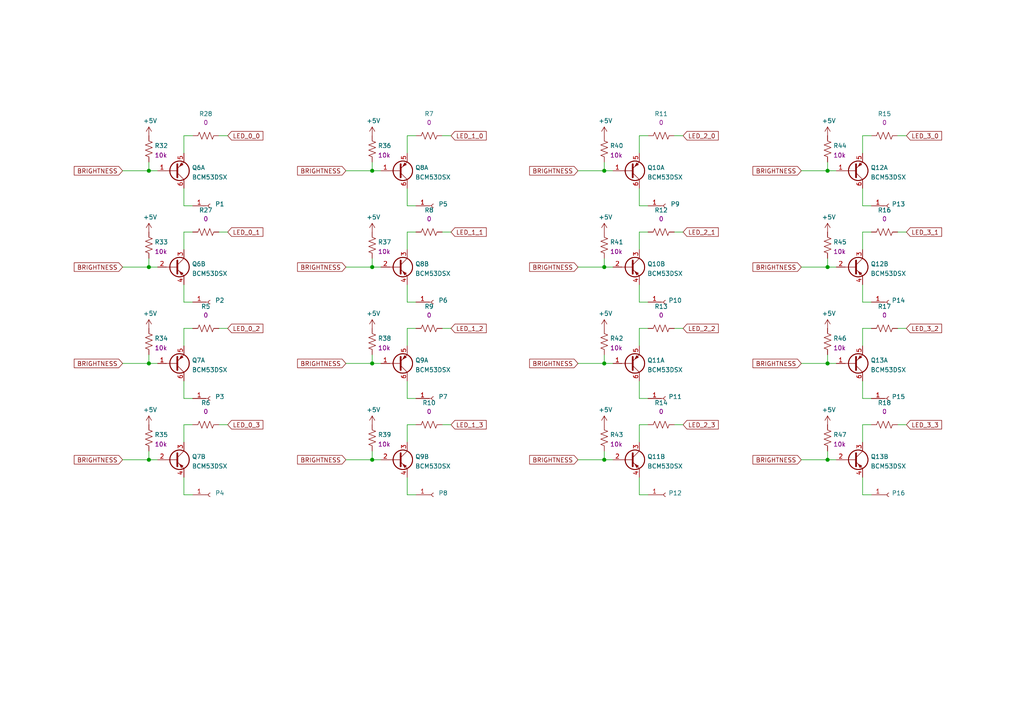
<source format=kicad_sch>
(kicad_sch (version 20210621) (generator eeschema)
  (paper "A4")
  (lib_symbols
    (symbol "Connector_custom:SSW-101-01-T-S"
      (property "Reference" "P" (at 0 2.54 0))
      (property "Value" "SSW-101-01-T-S" (at 0 -2.54 0))
      (symbol "SSW-101-01-T-S_1_1"
        (arc (start 0 0.508) (end 0 -0.508) (radius (at 0 0) (length 0.508) (angles 90.1 -90.1)) (stroke (width 0.1524)))
        (polyline (pts (xy -1.27 0) (xy -0.508 0)) (stroke (width 0.1524)))
        (pin passive line (at -5.08 0 0) (length 3.81) (name "") (number "1"))
      )
    )
    (symbol "Resistor_custom:RC0402FR-0710KL" (pin_numbers hide) (pin_names (offset 0))
      (property "Reference" "R" (at 2.54 0 90))
      (property "Resistance" "10k" (at -2.54 0 90))
      (symbol "RC0402FR-0710KL_0_1"
        (polyline (pts (xy 0 -2.286) (xy 0 -2.54)))
        (polyline (pts (xy 0 2.286) (xy 0 2.54)))
        (polyline (pts (xy 0 -0.762) (xy 1.016 -1.143) (xy 0 -1.524) (xy -1.016 -1.905) (xy 0 -2.286)))
        (polyline (pts (xy 0 0.762) (xy 1.016 0.381) (xy 0 0) (xy -1.016 -0.381) (xy 0 -0.762)))
        (polyline (pts (xy 0 2.286) (xy 1.016 1.905) (xy 0 1.524) (xy -1.016 1.143) (xy 0 0.762)))
      )
      (symbol "RC0402FR-0710KL_1_1"
        (pin passive line (at 0 3.81 270) (length 1.27) (name "~") (number "1"))
        (pin passive line (at 0 -3.81 90) (length 1.27) (name "~") (number "2"))
      )
    )
    (symbol "Resistor_custom:RC0402JR-070RP" (pin_numbers hide) (pin_names (offset 0))
      (property "Reference" "R" (at 2.54 0 90))
      (property "Resistance" "0" (at -2.54 0 90))
      (symbol "RC0402JR-070RP_0_1"
        (polyline (pts (xy 0 -2.286) (xy 0 -2.54)))
        (polyline (pts (xy 0 2.286) (xy 0 2.54)))
        (polyline (pts (xy 0 -0.762) (xy 1.016 -1.143) (xy 0 -1.524) (xy -1.016 -1.905) (xy 0 -2.286)))
        (polyline (pts (xy 0 0.762) (xy 1.016 0.381) (xy 0 0) (xy -1.016 -0.381) (xy 0 -0.762)))
        (polyline (pts (xy 0 2.286) (xy 1.016 1.905) (xy 0 1.524) (xy -1.016 1.143) (xy 0 0.762)))
      )
      (symbol "RC0402JR-070RP_1_1"
        (pin passive line (at 0 3.81 270) (length 1.27) (name "~") (number "1"))
        (pin passive line (at 0 -3.81 90) (length 1.27) (name "~") (number "2"))
      )
    )
    (symbol "Transistor_BJT_custom:BCM53DSX" (pin_names (offset 0) hide)
      (property "Reference" "Q" (at 5.08 1.27 0))
      (property "Value" "BCM53DSX" (at 5.08 -1.27 0))
      (symbol "BCM53DSX_0_1"
        (circle (center 1.27 0) (radius 2.8194) (stroke (width 0.254)))
        (circle (center 1.27 0) (radius 2.8194) (stroke (width 0.254)))
        (polyline (pts (xy 0.635 0) (xy -2.54 0)))
      )
      (symbol "BCM53DSX_1_1"
        (polyline (pts (xy 0.635 0.635) (xy 2.54 2.54)))
        (polyline (pts (xy 0.635 -0.635) (xy 2.54 -2.54) (xy 2.54 -2.54)))
        (polyline (pts (xy 0.635 1.905) (xy 0.635 -1.905) (xy 0.635 -1.905)) (stroke (width 0.508)))
        (polyline (pts (xy 2.286 -1.778) (xy 1.778 -2.286) (xy 1.27 -1.27) (xy 2.286 -1.778) (xy 2.286 -1.778)) (fill (type outline)))
        (pin input line (at -5.08 0 0) (length 2.54) (name "B2") (number "1"))
        (pin passive line (at 2.54 -5.08 90) (length 2.54) (name "E2") (number "5"))
        (pin passive line (at 2.54 5.08 270) (length 2.54) (name "C2") (number "6"))
      )
      (symbol "BCM53DSX_2_1"
        (polyline (pts (xy 0.635 0.635) (xy 2.54 2.54)))
        (polyline (pts (xy 0.635 -0.635) (xy 2.54 -2.54) (xy 2.54 -2.54)))
        (polyline (pts (xy 0.635 1.905) (xy 0.635 -1.905) (xy 0.635 -1.905)) (stroke (width 0.508)))
        (polyline (pts (xy 2.286 -1.778) (xy 1.778 -2.286) (xy 1.27 -1.27) (xy 2.286 -1.778) (xy 2.286 -1.778)) (fill (type outline)))
        (pin input line (at -5.08 0 0) (length 2.54) (name "B2") (number "2"))
        (pin passive line (at 2.54 5.08 270) (length 2.54) (name "C2") (number "3"))
        (pin passive line (at 2.54 -5.08 90) (length 2.54) (name "E2") (number "4"))
      )
    )
    (symbol "power:+5V" (power) (pin_names (offset 0))
      (property "Value" "+5V" (at 0 3.556 0))
      (symbol "+5V_0_1"
        (polyline (pts (xy -0.762 1.27) (xy 0 2.54)))
        (polyline (pts (xy 0 0) (xy 0 2.54)))
        (polyline (pts (xy 0 2.54) (xy 0.762 1.27)))
      )
      (symbol "+5V_1_1"
        (pin power_in line (at 0 0 90) (length 0) hide (name "+5V") (number "1"))
      )
    )
  )
  (junction (at 43.18 49.53) (diameter 1.016))
  (junction (at 43.18 77.47) (diameter 1.016))
  (junction (at 43.18 105.41) (diameter 1.016))
  (junction (at 43.18 133.35) (diameter 1.016))
  (junction (at 107.95 49.53) (diameter 1.016))
  (junction (at 107.95 77.47) (diameter 1.016))
  (junction (at 107.95 105.41) (diameter 1.016))
  (junction (at 107.95 133.35) (diameter 1.016))
  (junction (at 175.26 49.53) (diameter 1.016))
  (junction (at 175.26 77.47) (diameter 1.016))
  (junction (at 175.26 105.41) (diameter 1.016))
  (junction (at 175.26 133.35) (diameter 1.016))
  (junction (at 240.03 49.53) (diameter 1.016))
  (junction (at 240.03 77.47) (diameter 1.016))
  (junction (at 240.03 105.41) (diameter 1.016))
  (junction (at 240.03 133.35) (diameter 1.016))
  (wire (pts (xy 35.56 49.53) (xy 43.18 49.53)))
  (wire (pts (xy 35.56 77.47) (xy 43.18 77.47)))
  (wire (pts (xy 35.56 105.41) (xy 43.18 105.41)))
  (wire (pts (xy 35.56 133.35) (xy 43.18 133.35)))
  (wire (pts (xy 43.18 46.99) (xy 43.18 49.53)))
  (wire (pts (xy 43.18 49.53) (xy 45.72 49.53)))
  (wire (pts (xy 43.18 74.93) (xy 43.18 77.47)))
  (wire (pts (xy 43.18 77.47) (xy 45.72 77.47)))
  (wire (pts (xy 43.18 102.87) (xy 43.18 105.41)))
  (wire (pts (xy 43.18 105.41) (xy 45.72 105.41)))
  (wire (pts (xy 43.18 130.81) (xy 43.18 133.35)))
  (wire (pts (xy 43.18 133.35) (xy 45.72 133.35)))
  (wire (pts (xy 53.34 39.37) (xy 53.34 44.45)))
  (wire (pts (xy 53.34 39.37) (xy 55.88 39.37)))
  (wire (pts (xy 53.34 54.61) (xy 53.34 59.69)))
  (wire (pts (xy 53.34 59.69) (xy 55.88 59.69)))
  (wire (pts (xy 53.34 67.31) (xy 53.34 72.39)))
  (wire (pts (xy 53.34 67.31) (xy 55.88 67.31)))
  (wire (pts (xy 53.34 82.55) (xy 53.34 87.63)))
  (wire (pts (xy 53.34 87.63) (xy 55.88 87.63)))
  (wire (pts (xy 53.34 95.25) (xy 53.34 100.33)))
  (wire (pts (xy 53.34 95.25) (xy 55.88 95.25)))
  (wire (pts (xy 53.34 110.49) (xy 53.34 115.57)))
  (wire (pts (xy 53.34 115.57) (xy 55.88 115.57)))
  (wire (pts (xy 53.34 123.19) (xy 53.34 128.27)))
  (wire (pts (xy 53.34 123.19) (xy 55.88 123.19)))
  (wire (pts (xy 53.34 138.43) (xy 53.34 143.51)))
  (wire (pts (xy 53.34 143.51) (xy 55.88 143.51)))
  (wire (pts (xy 63.5 39.37) (xy 66.04 39.37)))
  (wire (pts (xy 63.5 67.31) (xy 66.04 67.31)))
  (wire (pts (xy 63.5 95.25) (xy 66.04 95.25)))
  (wire (pts (xy 63.5 123.19) (xy 66.04 123.19)))
  (wire (pts (xy 100.33 49.53) (xy 107.95 49.53)))
  (wire (pts (xy 100.33 77.47) (xy 107.95 77.47)))
  (wire (pts (xy 100.33 105.41) (xy 107.95 105.41)))
  (wire (pts (xy 100.33 133.35) (xy 107.95 133.35)))
  (wire (pts (xy 107.95 46.99) (xy 107.95 49.53)))
  (wire (pts (xy 107.95 49.53) (xy 110.49 49.53)))
  (wire (pts (xy 107.95 74.93) (xy 107.95 77.47)))
  (wire (pts (xy 107.95 77.47) (xy 110.49 77.47)))
  (wire (pts (xy 107.95 102.87) (xy 107.95 105.41)))
  (wire (pts (xy 107.95 105.41) (xy 110.49 105.41)))
  (wire (pts (xy 107.95 130.81) (xy 107.95 133.35)))
  (wire (pts (xy 107.95 133.35) (xy 110.49 133.35)))
  (wire (pts (xy 118.11 39.37) (xy 118.11 44.45)))
  (wire (pts (xy 118.11 39.37) (xy 120.65 39.37)))
  (wire (pts (xy 118.11 54.61) (xy 118.11 59.69)))
  (wire (pts (xy 118.11 59.69) (xy 120.65 59.69)))
  (wire (pts (xy 118.11 67.31) (xy 118.11 72.39)))
  (wire (pts (xy 118.11 67.31) (xy 120.65 67.31)))
  (wire (pts (xy 118.11 82.55) (xy 118.11 87.63)))
  (wire (pts (xy 118.11 87.63) (xy 120.65 87.63)))
  (wire (pts (xy 118.11 95.25) (xy 118.11 100.33)))
  (wire (pts (xy 118.11 95.25) (xy 120.65 95.25)))
  (wire (pts (xy 118.11 110.49) (xy 118.11 115.57)))
  (wire (pts (xy 118.11 115.57) (xy 120.65 115.57)))
  (wire (pts (xy 118.11 123.19) (xy 118.11 128.27)))
  (wire (pts (xy 118.11 123.19) (xy 120.65 123.19)))
  (wire (pts (xy 118.11 138.43) (xy 118.11 143.51)))
  (wire (pts (xy 118.11 143.51) (xy 120.65 143.51)))
  (wire (pts (xy 128.27 39.37) (xy 130.81 39.37)))
  (wire (pts (xy 128.27 67.31) (xy 130.81 67.31)))
  (wire (pts (xy 128.27 95.25) (xy 130.81 95.25)))
  (wire (pts (xy 128.27 123.19) (xy 130.81 123.19)))
  (wire (pts (xy 167.64 49.53) (xy 175.26 49.53)))
  (wire (pts (xy 167.64 77.47) (xy 175.26 77.47)))
  (wire (pts (xy 167.64 105.41) (xy 175.26 105.41)))
  (wire (pts (xy 167.64 133.35) (xy 175.26 133.35)))
  (wire (pts (xy 175.26 46.99) (xy 175.26 49.53)))
  (wire (pts (xy 175.26 49.53) (xy 177.8 49.53)))
  (wire (pts (xy 175.26 74.93) (xy 175.26 77.47)))
  (wire (pts (xy 175.26 77.47) (xy 177.8 77.47)))
  (wire (pts (xy 175.26 102.87) (xy 175.26 105.41)))
  (wire (pts (xy 175.26 105.41) (xy 177.8 105.41)))
  (wire (pts (xy 175.26 130.81) (xy 175.26 133.35)))
  (wire (pts (xy 175.26 133.35) (xy 177.8 133.35)))
  (wire (pts (xy 185.42 39.37) (xy 185.42 44.45)))
  (wire (pts (xy 185.42 39.37) (xy 187.96 39.37)))
  (wire (pts (xy 185.42 54.61) (xy 185.42 59.69)))
  (wire (pts (xy 185.42 59.69) (xy 187.96 59.69)))
  (wire (pts (xy 185.42 67.31) (xy 185.42 72.39)))
  (wire (pts (xy 185.42 67.31) (xy 187.96 67.31)))
  (wire (pts (xy 185.42 82.55) (xy 185.42 87.63)))
  (wire (pts (xy 185.42 87.63) (xy 187.96 87.63)))
  (wire (pts (xy 185.42 95.25) (xy 185.42 100.33)))
  (wire (pts (xy 185.42 95.25) (xy 187.96 95.25)))
  (wire (pts (xy 185.42 110.49) (xy 185.42 115.57)))
  (wire (pts (xy 185.42 115.57) (xy 187.96 115.57)))
  (wire (pts (xy 185.42 123.19) (xy 185.42 128.27)))
  (wire (pts (xy 185.42 123.19) (xy 187.96 123.19)))
  (wire (pts (xy 185.42 138.43) (xy 185.42 143.51)))
  (wire (pts (xy 185.42 143.51) (xy 187.96 143.51)))
  (wire (pts (xy 195.58 39.37) (xy 198.12 39.37)))
  (wire (pts (xy 195.58 67.31) (xy 198.12 67.31)))
  (wire (pts (xy 195.58 95.25) (xy 198.12 95.25)))
  (wire (pts (xy 195.58 123.19) (xy 198.12 123.19)))
  (wire (pts (xy 232.41 49.53) (xy 240.03 49.53)))
  (wire (pts (xy 232.41 77.47) (xy 240.03 77.47)))
  (wire (pts (xy 232.41 105.41) (xy 240.03 105.41)))
  (wire (pts (xy 232.41 133.35) (xy 240.03 133.35)))
  (wire (pts (xy 240.03 46.99) (xy 240.03 49.53)))
  (wire (pts (xy 240.03 49.53) (xy 242.57 49.53)))
  (wire (pts (xy 240.03 74.93) (xy 240.03 77.47)))
  (wire (pts (xy 240.03 77.47) (xy 242.57 77.47)))
  (wire (pts (xy 240.03 102.87) (xy 240.03 105.41)))
  (wire (pts (xy 240.03 105.41) (xy 242.57 105.41)))
  (wire (pts (xy 240.03 130.81) (xy 240.03 133.35)))
  (wire (pts (xy 240.03 133.35) (xy 242.57 133.35)))
  (wire (pts (xy 250.19 39.37) (xy 250.19 44.45)))
  (wire (pts (xy 250.19 39.37) (xy 252.73 39.37)))
  (wire (pts (xy 250.19 54.61) (xy 250.19 59.69)))
  (wire (pts (xy 250.19 59.69) (xy 252.73 59.69)))
  (wire (pts (xy 250.19 67.31) (xy 250.19 72.39)))
  (wire (pts (xy 250.19 67.31) (xy 252.73 67.31)))
  (wire (pts (xy 250.19 82.55) (xy 250.19 87.63)))
  (wire (pts (xy 250.19 87.63) (xy 252.73 87.63)))
  (wire (pts (xy 250.19 95.25) (xy 250.19 100.33)))
  (wire (pts (xy 250.19 95.25) (xy 252.73 95.25)))
  (wire (pts (xy 250.19 110.49) (xy 250.19 115.57)))
  (wire (pts (xy 250.19 115.57) (xy 252.73 115.57)))
  (wire (pts (xy 250.19 123.19) (xy 250.19 128.27)))
  (wire (pts (xy 250.19 123.19) (xy 252.73 123.19)))
  (wire (pts (xy 250.19 138.43) (xy 250.19 143.51)))
  (wire (pts (xy 250.19 143.51) (xy 252.73 143.51)))
  (wire (pts (xy 260.35 39.37) (xy 262.89 39.37)))
  (wire (pts (xy 260.35 67.31) (xy 262.89 67.31)))
  (wire (pts (xy 260.35 95.25) (xy 262.89 95.25)))
  (wire (pts (xy 260.35 123.19) (xy 262.89 123.19)))
  (global_label "BRIGHTNESS" (shape input) (at 35.56 49.53 180) (property "Intersheet References" "${INTERSHEET_REFS}" (effects hide)))
  (global_label "BRIGHTNESS" (shape input) (at 35.56 77.47 180) (property "Intersheet References" "${INTERSHEET_REFS}" (effects hide)))
  (global_label "BRIGHTNESS" (shape input) (at 35.56 105.41 180) (property "Intersheet References" "${INTERSHEET_REFS}" (effects hide)))
  (global_label "BRIGHTNESS" (shape input) (at 35.56 133.35 180) (property "Intersheet References" "${INTERSHEET_REFS}" (effects hide)))
  (global_label "LED_0_0" (shape input) (at 66.04 39.37 0) (property "Intersheet References" "${INTERSHEET_REFS}" (effects hide)))
  (global_label "LED_0_1" (shape input) (at 66.04 67.31 0) (property "Intersheet References" "${INTERSHEET_REFS}" (effects hide)))
  (global_label "LED_0_2" (shape input) (at 66.04 95.25 0) (property "Intersheet References" "${INTERSHEET_REFS}" (effects hide)))
  (global_label "LED_0_3" (shape input) (at 66.04 123.19 0) (property "Intersheet References" "${INTERSHEET_REFS}" (effects hide)))
  (global_label "BRIGHTNESS" (shape input) (at 100.33 49.53 180) (property "Intersheet References" "${INTERSHEET_REFS}" (effects hide)))
  (global_label "BRIGHTNESS" (shape input) (at 100.33 77.47 180) (property "Intersheet References" "${INTERSHEET_REFS}" (effects hide)))
  (global_label "BRIGHTNESS" (shape input) (at 100.33 105.41 180) (property "Intersheet References" "${INTERSHEET_REFS}" (effects hide)))
  (global_label "BRIGHTNESS" (shape input) (at 100.33 133.35 180) (property "Intersheet References" "${INTERSHEET_REFS}" (effects hide)))
  (global_label "LED_1_0" (shape input) (at 130.81 39.37 0) (property "Intersheet References" "${INTERSHEET_REFS}" (effects hide)))
  (global_label "LED_1_1" (shape input) (at 130.81 67.31 0) (property "Intersheet References" "${INTERSHEET_REFS}" (effects hide)))
  (global_label "LED_1_2" (shape input) (at 130.81 95.25 0) (property "Intersheet References" "${INTERSHEET_REFS}" (effects hide)))
  (global_label "LED_1_3" (shape input) (at 130.81 123.19 0) (property "Intersheet References" "${INTERSHEET_REFS}" (effects hide)))
  (global_label "BRIGHTNESS" (shape input) (at 167.64 49.53 180) (property "Intersheet References" "${INTERSHEET_REFS}" (effects hide)))
  (global_label "BRIGHTNESS" (shape input) (at 167.64 77.47 180) (property "Intersheet References" "${INTERSHEET_REFS}" (effects hide)))
  (global_label "BRIGHTNESS" (shape input) (at 167.64 105.41 180) (property "Intersheet References" "${INTERSHEET_REFS}" (effects hide)))
  (global_label "BRIGHTNESS" (shape input) (at 167.64 133.35 180) (property "Intersheet References" "${INTERSHEET_REFS}" (effects hide)))
  (global_label "LED_2_0" (shape input) (at 198.12 39.37 0) (property "Intersheet References" "${INTERSHEET_REFS}" (effects hide)))
  (global_label "LED_2_1" (shape input) (at 198.12 67.31 0) (property "Intersheet References" "${INTERSHEET_REFS}" (effects hide)))
  (global_label "LED_2_2" (shape input) (at 198.12 95.25 0) (property "Intersheet References" "${INTERSHEET_REFS}" (effects hide)))
  (global_label "LED_2_3" (shape input) (at 198.12 123.19 0) (property "Intersheet References" "${INTERSHEET_REFS}" (effects hide)))
  (global_label "BRIGHTNESS" (shape input) (at 232.41 49.53 180) (property "Intersheet References" "${INTERSHEET_REFS}" (effects hide)))
  (global_label "BRIGHTNESS" (shape input) (at 232.41 77.47 180) (property "Intersheet References" "${INTERSHEET_REFS}" (effects hide)))
  (global_label "BRIGHTNESS" (shape input) (at 232.41 105.41 180) (property "Intersheet References" "${INTERSHEET_REFS}" (effects hide)))
  (global_label "BRIGHTNESS" (shape input) (at 232.41 133.35 180) (property "Intersheet References" "${INTERSHEET_REFS}" (effects hide)))
  (global_label "LED_3_0" (shape input) (at 262.89 39.37 0) (property "Intersheet References" "${INTERSHEET_REFS}" (effects hide)))
  (global_label "LED_3_1" (shape input) (at 262.89 67.31 0) (property "Intersheet References" "${INTERSHEET_REFS}" (effects hide)))
  (global_label "LED_3_2" (shape input) (at 262.89 95.25 0) (property "Intersheet References" "${INTERSHEET_REFS}" (effects hide)))
  (global_label "LED_3_3" (shape input) (at 262.89 123.19 0) (property "Intersheet References" "${INTERSHEET_REFS}" (effects hide)))
  (symbol (lib_id "power:+5V") (at 43.18 39.37 0) (unit 1)
    (property "Reference" "#PWR?" (effects hide))
    (property "Value" "+5V" (at 43.5483 35.0456 0))
  )
  (symbol (lib_id "power:+5V") (at 43.18 67.31 0) (unit 1)
    (property "Reference" "#PWR?" (effects hide))
    (property "Value" "+5V" (at 43.5483 62.9856 0))
  )
  (symbol (lib_id "power:+5V") (at 43.18 95.25 0) (unit 1)
    (property "Reference" "#PWR?" (effects hide))
    (property "Value" "+5V" (at 43.5483 90.9256 0))
  )
  (symbol (lib_id "power:+5V") (at 43.18 123.19 0) (unit 1)
    (property "Reference" "#PWR?" (effects hide))
    (property "Value" "+5V" (at 43.5483 118.8656 0))
  )
  (symbol (lib_id "power:+5V") (at 107.95 39.37 0) (unit 1)
    (property "Reference" "#PWR?" (effects hide))
    (property "Value" "+5V" (at 108.3183 35.0456 0))
  )
  (symbol (lib_id "power:+5V") (at 107.95 67.31 0) (unit 1)
    (property "Reference" "#PWR?" (effects hide))
    (property "Value" "+5V" (at 108.3183 62.9856 0))
  )
  (symbol (lib_id "power:+5V") (at 107.95 95.25 0) (unit 1)
    (property "Reference" "#PWR?" (effects hide))
    (property "Value" "+5V" (at 108.3183 90.9256 0))
  )
  (symbol (lib_id "power:+5V") (at 107.95 123.19 0) (unit 1)
    (property "Reference" "#PWR?" (effects hide))
    (property "Value" "+5V" (at 108.3183 118.8656 0))
  )
  (symbol (lib_id "power:+5V") (at 175.26 39.37 0) (unit 1)
    (property "Reference" "#PWR?" (effects hide))
    (property "Value" "+5V" (at 175.6283 35.0456 0))
  )
  (symbol (lib_id "power:+5V") (at 175.26 67.31 0) (unit 1)
    (property "Reference" "#PWR?" (effects hide))
    (property "Value" "+5V" (at 175.6283 62.9856 0))
  )
  (symbol (lib_id "power:+5V") (at 175.26 95.25 0) (unit 1)
    (property "Reference" "#PWR?" (effects hide))
    (property "Value" "+5V" (at 175.6283 90.9256 0))
  )
  (symbol (lib_id "power:+5V") (at 175.26 123.19 0) (unit 1)
    (property "Reference" "#PWR?" (effects hide))
    (property "Value" "+5V" (at 175.6283 118.8656 0))
  )
  (symbol (lib_id "power:+5V") (at 240.03 39.37 0) (unit 1)
    (property "Reference" "#PWR?" (effects hide))
    (property "Value" "+5V" (at 240.3983 35.0456 0))
  )
  (symbol (lib_id "power:+5V") (at 240.03 67.31 0) (unit 1)
    (property "Reference" "#PWR?" (effects hide))
    (property "Value" "+5V" (at 240.3983 62.9856 0))
  )
  (symbol (lib_id "power:+5V") (at 240.03 95.25 0) (unit 1)
    (property "Reference" "#PWR?" (effects hide))
    (property "Value" "+5V" (at 240.3983 90.9256 0))
  )
  (symbol (lib_id "power:+5V") (at 240.03 123.19 0) (unit 1)
    (property "Reference" "#PWR?" (effects hide))
    (property "Value" "+5V" (at 240.3983 118.8656 0))
  )
  (symbol (lib_id "Connector_custom:SSW-101-01-T-S") (at 60.96 59.69 0) (unit 1)
    (property "Reference" "P1" (at 63.754 59.1882 0))
    (property "Value" "SSW-101-01-T-S" (effects hide))
    (property "Footprint" "Connector_custom:SSW-101-01-T-S" (effects hide))
  )
  (symbol (lib_id "Connector_custom:SSW-101-01-T-S") (at 60.96 87.63 0) (unit 1)
    (property "Reference" "P2" (at 63.754 87.1282 0))
    (property "Value" "SSW-101-01-T-S" (effects hide))
    (property "Footprint" "Connector_custom:SSW-101-01-T-S" (effects hide))
  )
  (symbol (lib_id "Connector_custom:SSW-101-01-T-S") (at 60.96 115.57 0) (unit 1)
    (property "Reference" "P3" (at 63.754 115.0682 0))
    (property "Value" "SSW-101-01-T-S" (effects hide))
    (property "Footprint" "Connector_custom:SSW-101-01-T-S" (effects hide))
  )
  (symbol (lib_id "Connector_custom:SSW-101-01-T-S") (at 60.96 143.51 0) (unit 1)
    (property "Reference" "P4" (at 63.754 143.0082 0))
    (property "Value" "SSW-101-01-T-S" (effects hide))
    (property "Footprint" "Connector_custom:SSW-101-01-T-S" (effects hide))
  )
  (symbol (lib_id "Connector_custom:SSW-101-01-T-S") (at 125.73 59.69 0) (unit 1)
    (property "Reference" "P5" (at 128.524 59.1882 0))
    (property "Value" "SSW-101-01-T-S" (effects hide))
    (property "Footprint" "Connector_custom:SSW-101-01-T-S" (effects hide))
  )
  (symbol (lib_id "Connector_custom:SSW-101-01-T-S") (at 125.73 87.63 0) (unit 1)
    (property "Reference" "P6" (at 128.524 87.1282 0))
    (property "Value" "SSW-101-01-T-S" (effects hide))
    (property "Footprint" "Connector_custom:SSW-101-01-T-S" (effects hide))
  )
  (symbol (lib_id "Connector_custom:SSW-101-01-T-S") (at 125.73 115.57 0) (unit 1)
    (property "Reference" "P7" (at 128.524 115.0682 0))
    (property "Value" "SSW-101-01-T-S" (effects hide))
    (property "Footprint" "Connector_custom:SSW-101-01-T-S" (effects hide))
  )
  (symbol (lib_id "Connector_custom:SSW-101-01-T-S") (at 125.73 143.51 0) (unit 1)
    (property "Reference" "P8" (at 128.524 143.0082 0))
    (property "Value" "SSW-101-01-T-S" (effects hide))
    (property "Footprint" "Connector_custom:SSW-101-01-T-S" (effects hide))
  )
  (symbol (lib_id "Connector_custom:SSW-101-01-T-S") (at 193.04 59.69 0) (unit 1)
    (property "Reference" "P9" (at 195.834 59.1882 0))
    (property "Value" "SSW-101-01-T-S" (effects hide))
    (property "Footprint" "Connector_custom:SSW-101-01-T-S" (effects hide))
  )
  (symbol (lib_id "Connector_custom:SSW-101-01-T-S") (at 193.04 87.63 0) (unit 1)
    (property "Reference" "P10" (at 195.834 87.1282 0))
    (property "Value" "SSW-101-01-T-S" (effects hide))
    (property "Footprint" "Connector_custom:SSW-101-01-T-S" (effects hide))
  )
  (symbol (lib_id "Connector_custom:SSW-101-01-T-S") (at 193.04 115.57 0) (unit 1)
    (property "Reference" "P11" (at 195.834 115.0682 0))
    (property "Value" "SSW-101-01-T-S" (effects hide))
    (property "Footprint" "Connector_custom:SSW-101-01-T-S" (effects hide))
  )
  (symbol (lib_id "Connector_custom:SSW-101-01-T-S") (at 193.04 143.51 0) (unit 1)
    (property "Reference" "P12" (at 195.834 143.0082 0))
    (property "Value" "SSW-101-01-T-S" (effects hide))
    (property "Footprint" "Connector_custom:SSW-101-01-T-S" (effects hide))
  )
  (symbol (lib_id "Connector_custom:SSW-101-01-T-S") (at 257.81 59.69 0) (unit 1)
    (property "Reference" "P13" (at 260.604 59.1882 0))
    (property "Value" "SSW-101-01-T-S" (effects hide))
    (property "Footprint" "Connector_custom:SSW-101-01-T-S" (effects hide))
  )
  (symbol (lib_id "Connector_custom:SSW-101-01-T-S") (at 257.81 87.63 0) (unit 1)
    (property "Reference" "P14" (at 260.604 87.1282 0))
    (property "Value" "SSW-101-01-T-S" (effects hide))
    (property "Footprint" "Connector_custom:SSW-101-01-T-S" (effects hide))
  )
  (symbol (lib_id "Connector_custom:SSW-101-01-T-S") (at 257.81 115.57 0) (unit 1)
    (property "Reference" "P15" (at 260.604 115.0682 0))
    (property "Value" "SSW-101-01-T-S" (effects hide))
    (property "Footprint" "Connector_custom:SSW-101-01-T-S" (effects hide))
  )
  (symbol (lib_id "Connector_custom:SSW-101-01-T-S") (at 257.81 143.51 0) (unit 1)
    (property "Reference" "P16" (at 260.604 143.0082 0))
    (property "Value" "SSW-101-01-T-S" (effects hide))
    (property "Footprint" "Connector_custom:SSW-101-01-T-S" (effects hide))
  )
  (symbol (lib_id "Resistor_custom:RC0402FR-0710KL") (at 43.18 43.18 0) (unit 1)
    (property "Reference" "R32" (at 44.8311 42.2715 0) (effects (justify left)))
    (property "Value" "RC0402FR-0710KL" (effects hide))
    (property "Footprint" "Resistor_SMD:R_0402_1005Metric_Pad0.72x0.64mm_HandSolder" (effects hide))
    (property "Resistance" "10k" (at 44.8311 45.0466 0) (effects (justify left)))
    (property "Power" "1/16W" (effects hide))
    (property "Tolerance" "1%" (effects hide))
    (property "Manufacturer" "Yageo" (effects hide))
  )
  (symbol (lib_id "Resistor_custom:RC0402FR-0710KL") (at 43.18 71.12 0) (unit 1)
    (property "Reference" "R33" (at 44.8311 70.2115 0) (effects (justify left)))
    (property "Value" "RC0402FR-0710KL" (effects hide))
    (property "Footprint" "Resistor_SMD:R_0402_1005Metric_Pad0.72x0.64mm_HandSolder" (effects hide))
    (property "Resistance" "10k" (at 44.8311 72.9866 0) (effects (justify left)))
    (property "Power" "1/16W" (effects hide))
    (property "Tolerance" "1%" (effects hide))
    (property "Manufacturer" "Yageo" (effects hide))
  )
  (symbol (lib_id "Resistor_custom:RC0402FR-0710KL") (at 43.18 99.06 0) (unit 1)
    (property "Reference" "R34" (at 44.8311 98.1515 0) (effects (justify left)))
    (property "Value" "RC0402FR-0710KL" (effects hide))
    (property "Footprint" "Resistor_SMD:R_0402_1005Metric_Pad0.72x0.64mm_HandSolder" (effects hide))
    (property "Resistance" "10k" (at 44.8311 100.9266 0) (effects (justify left)))
    (property "Power" "1/16W" (effects hide))
    (property "Tolerance" "1%" (effects hide))
    (property "Manufacturer" "Yageo" (effects hide))
  )
  (symbol (lib_id "Resistor_custom:RC0402FR-0710KL") (at 43.18 127 0) (unit 1)
    (property "Reference" "R35" (at 44.8311 126.0915 0) (effects (justify left)))
    (property "Value" "RC0402FR-0710KL" (effects hide))
    (property "Footprint" "Resistor_SMD:R_0402_1005Metric_Pad0.72x0.64mm_HandSolder" (effects hide))
    (property "Resistance" "10k" (at 44.8311 128.8666 0) (effects (justify left)))
    (property "Power" "1/16W" (effects hide))
    (property "Tolerance" "1%" (effects hide))
    (property "Manufacturer" "Yageo" (effects hide))
  )
  (symbol (lib_id "Resistor_custom:RC0402JR-070RP") (at 59.69 39.37 270) (unit 1)
    (property "Reference" "R28" (at 59.69 33.02 90))
    (property "Value" "RC0402JR-070RP" (effects hide))
    (property "Footprint" "Resistor_SMD:R_0402_1005Metric_Pad0.72x0.64mm_HandSolder" (effects hide))
    (property "Resistance" "0" (at 59.69 35.56 90))
    (property "Power" "1/16W" (effects hide))
    (property "Manufacturer" "Yageo" (effects hide))
  )
  (symbol (lib_id "Resistor_custom:RC0402JR-070RP") (at 59.69 67.31 270) (unit 1)
    (property "Reference" "R27" (at 59.69 60.96 90))
    (property "Value" "RC0402JR-070RP" (effects hide))
    (property "Footprint" "Resistor_SMD:R_0402_1005Metric_Pad0.72x0.64mm_HandSolder" (effects hide))
    (property "Resistance" "0" (at 59.69 63.5 90))
    (property "Power" "1/16W" (effects hide))
    (property "Manufacturer" "Yageo" (effects hide))
  )
  (symbol (lib_id "Resistor_custom:RC0402JR-070RP") (at 59.69 95.25 270) (unit 1)
    (property "Reference" "R5" (at 59.69 88.9 90))
    (property "Value" "RC0402JR-070RP" (effects hide))
    (property "Footprint" "Resistor_SMD:R_0402_1005Metric_Pad0.72x0.64mm_HandSolder" (effects hide))
    (property "Resistance" "0" (at 59.69 91.44 90))
    (property "Power" "1/16W" (effects hide))
    (property "Manufacturer" "Yageo" (effects hide))
  )
  (symbol (lib_id "Resistor_custom:RC0402JR-070RP") (at 59.69 123.19 270) (unit 1)
    (property "Reference" "R6" (at 59.69 116.84 90))
    (property "Value" "RC0402JR-070RP" (effects hide))
    (property "Footprint" "Resistor_SMD:R_0402_1005Metric_Pad0.72x0.64mm_HandSolder" (effects hide))
    (property "Resistance" "0" (at 59.69 119.38 90))
    (property "Power" "1/16W" (effects hide))
    (property "Manufacturer" "Yageo" (effects hide))
  )
  (symbol (lib_id "Resistor_custom:RC0402FR-0710KL") (at 107.95 43.18 0) (unit 1)
    (property "Reference" "R36" (at 109.6011 42.2715 0) (effects (justify left)))
    (property "Value" "RC0402FR-0710KL" (effects hide))
    (property "Footprint" "Resistor_SMD:R_0402_1005Metric_Pad0.72x0.64mm_HandSolder" (effects hide))
    (property "Resistance" "10k" (at 109.6011 45.0466 0) (effects (justify left)))
    (property "Power" "1/16W" (effects hide))
    (property "Tolerance" "1%" (effects hide))
    (property "Manufacturer" "Yageo" (effects hide))
  )
  (symbol (lib_id "Resistor_custom:RC0402FR-0710KL") (at 107.95 71.12 0) (unit 1)
    (property "Reference" "R37" (at 109.6011 70.2115 0) (effects (justify left)))
    (property "Value" "RC0402FR-0710KL" (effects hide))
    (property "Footprint" "Resistor_SMD:R_0402_1005Metric_Pad0.72x0.64mm_HandSolder" (effects hide))
    (property "Resistance" "10k" (at 109.6011 72.9866 0) (effects (justify left)))
    (property "Power" "1/16W" (effects hide))
    (property "Tolerance" "1%" (effects hide))
    (property "Manufacturer" "Yageo" (effects hide))
  )
  (symbol (lib_id "Resistor_custom:RC0402FR-0710KL") (at 107.95 99.06 0) (unit 1)
    (property "Reference" "R38" (at 109.6011 98.1515 0) (effects (justify left)))
    (property "Value" "RC0402FR-0710KL" (effects hide))
    (property "Footprint" "Resistor_SMD:R_0402_1005Metric_Pad0.72x0.64mm_HandSolder" (effects hide))
    (property "Resistance" "10k" (at 109.6011 100.9266 0) (effects (justify left)))
    (property "Power" "1/16W" (effects hide))
    (property "Tolerance" "1%" (effects hide))
    (property "Manufacturer" "Yageo" (effects hide))
  )
  (symbol (lib_id "Resistor_custom:RC0402FR-0710KL") (at 107.95 127 0) (unit 1)
    (property "Reference" "R39" (at 109.6011 126.0915 0) (effects (justify left)))
    (property "Value" "RC0402FR-0710KL" (effects hide))
    (property "Footprint" "Resistor_SMD:R_0402_1005Metric_Pad0.72x0.64mm_HandSolder" (effects hide))
    (property "Resistance" "10k" (at 109.6011 128.8666 0) (effects (justify left)))
    (property "Power" "1/16W" (effects hide))
    (property "Tolerance" "1%" (effects hide))
    (property "Manufacturer" "Yageo" (effects hide))
  )
  (symbol (lib_id "Resistor_custom:RC0402JR-070RP") (at 124.46 39.37 270) (unit 1)
    (property "Reference" "R7" (at 124.46 33.02 90))
    (property "Value" "RC0402JR-070RP" (effects hide))
    (property "Footprint" "Resistor_SMD:R_0402_1005Metric_Pad0.72x0.64mm_HandSolder" (effects hide))
    (property "Resistance" "0" (at 124.46 35.56 90))
    (property "Power" "1/16W" (effects hide))
    (property "Manufacturer" "Yageo" (effects hide))
  )
  (symbol (lib_id "Resistor_custom:RC0402JR-070RP") (at 124.46 67.31 270) (unit 1)
    (property "Reference" "R8" (at 124.46 60.96 90))
    (property "Value" "RC0402JR-070RP" (effects hide))
    (property "Footprint" "Resistor_SMD:R_0402_1005Metric_Pad0.72x0.64mm_HandSolder" (effects hide))
    (property "Resistance" "0" (at 124.46 63.5 90))
    (property "Power" "1/16W" (effects hide))
    (property "Manufacturer" "Yageo" (effects hide))
  )
  (symbol (lib_id "Resistor_custom:RC0402JR-070RP") (at 124.46 95.25 270) (unit 1)
    (property "Reference" "R9" (at 124.46 88.9 90))
    (property "Value" "RC0402JR-070RP" (effects hide))
    (property "Footprint" "Resistor_SMD:R_0402_1005Metric_Pad0.72x0.64mm_HandSolder" (effects hide))
    (property "Resistance" "0" (at 124.46 91.44 90))
    (property "Power" "1/16W" (effects hide))
    (property "Manufacturer" "Yageo" (effects hide))
  )
  (symbol (lib_id "Resistor_custom:RC0402JR-070RP") (at 124.46 123.19 270) (unit 1)
    (property "Reference" "R10" (at 124.46 116.84 90))
    (property "Value" "RC0402JR-070RP" (effects hide))
    (property "Footprint" "Resistor_SMD:R_0402_1005Metric_Pad0.72x0.64mm_HandSolder" (effects hide))
    (property "Resistance" "0" (at 124.46 119.38 90))
    (property "Power" "1/16W" (effects hide))
    (property "Manufacturer" "Yageo" (effects hide))
  )
  (symbol (lib_id "Resistor_custom:RC0402FR-0710KL") (at 175.26 43.18 0) (unit 1)
    (property "Reference" "R40" (at 176.9111 42.2715 0) (effects (justify left)))
    (property "Value" "RC0402FR-0710KL" (effects hide))
    (property "Footprint" "Resistor_SMD:R_0402_1005Metric_Pad0.72x0.64mm_HandSolder" (effects hide))
    (property "Resistance" "10k" (at 176.9111 45.0466 0) (effects (justify left)))
    (property "Power" "1/16W" (effects hide))
    (property "Tolerance" "1%" (effects hide))
    (property "Manufacturer" "Yageo" (effects hide))
  )
  (symbol (lib_id "Resistor_custom:RC0402FR-0710KL") (at 175.26 71.12 0) (unit 1)
    (property "Reference" "R41" (at 176.9111 70.2115 0) (effects (justify left)))
    (property "Value" "RC0402FR-0710KL" (effects hide))
    (property "Footprint" "Resistor_SMD:R_0402_1005Metric_Pad0.72x0.64mm_HandSolder" (effects hide))
    (property "Resistance" "10k" (at 176.9111 72.9866 0) (effects (justify left)))
    (property "Power" "1/16W" (effects hide))
    (property "Tolerance" "1%" (effects hide))
    (property "Manufacturer" "Yageo" (effects hide))
  )
  (symbol (lib_id "Resistor_custom:RC0402FR-0710KL") (at 175.26 99.06 0) (unit 1)
    (property "Reference" "R42" (at 176.9111 98.1515 0) (effects (justify left)))
    (property "Value" "RC0402FR-0710KL" (effects hide))
    (property "Footprint" "Resistor_SMD:R_0402_1005Metric_Pad0.72x0.64mm_HandSolder" (effects hide))
    (property "Resistance" "10k" (at 176.9111 100.9266 0) (effects (justify left)))
    (property "Power" "1/16W" (effects hide))
    (property "Tolerance" "1%" (effects hide))
    (property "Manufacturer" "Yageo" (effects hide))
  )
  (symbol (lib_id "Resistor_custom:RC0402FR-0710KL") (at 175.26 127 0) (unit 1)
    (property "Reference" "R43" (at 176.9111 126.0915 0) (effects (justify left)))
    (property "Value" "RC0402FR-0710KL" (effects hide))
    (property "Footprint" "Resistor_SMD:R_0402_1005Metric_Pad0.72x0.64mm_HandSolder" (effects hide))
    (property "Resistance" "10k" (at 176.9111 128.8666 0) (effects (justify left)))
    (property "Power" "1/16W" (effects hide))
    (property "Tolerance" "1%" (effects hide))
    (property "Manufacturer" "Yageo" (effects hide))
  )
  (symbol (lib_id "Resistor_custom:RC0402JR-070RP") (at 191.77 39.37 270) (unit 1)
    (property "Reference" "R11" (at 191.77 33.02 90))
    (property "Value" "RC0402JR-070RP" (effects hide))
    (property "Footprint" "Resistor_SMD:R_0402_1005Metric_Pad0.72x0.64mm_HandSolder" (effects hide))
    (property "Resistance" "0" (at 191.77 35.56 90))
    (property "Power" "1/16W" (effects hide))
    (property "Manufacturer" "Yageo" (effects hide))
  )
  (symbol (lib_id "Resistor_custom:RC0402JR-070RP") (at 191.77 67.31 270) (unit 1)
    (property "Reference" "R12" (at 191.77 60.96 90))
    (property "Value" "RC0402JR-070RP" (effects hide))
    (property "Footprint" "Resistor_SMD:R_0402_1005Metric_Pad0.72x0.64mm_HandSolder" (effects hide))
    (property "Resistance" "0" (at 191.77 63.5 90))
    (property "Power" "1/16W" (effects hide))
    (property "Manufacturer" "Yageo" (effects hide))
  )
  (symbol (lib_id "Resistor_custom:RC0402JR-070RP") (at 191.77 95.25 270) (unit 1)
    (property "Reference" "R13" (at 191.77 88.9 90))
    (property "Value" "RC0402JR-070RP" (effects hide))
    (property "Footprint" "Resistor_SMD:R_0402_1005Metric_Pad0.72x0.64mm_HandSolder" (effects hide))
    (property "Resistance" "0" (at 191.77 91.44 90))
    (property "Power" "1/16W" (effects hide))
    (property "Manufacturer" "Yageo" (effects hide))
  )
  (symbol (lib_id "Resistor_custom:RC0402JR-070RP") (at 191.77 123.19 270) (unit 1)
    (property "Reference" "R14" (at 191.77 116.84 90))
    (property "Value" "RC0402JR-070RP" (effects hide))
    (property "Footprint" "Resistor_SMD:R_0402_1005Metric_Pad0.72x0.64mm_HandSolder" (effects hide))
    (property "Resistance" "0" (at 191.77 119.38 90))
    (property "Power" "1/16W" (effects hide))
    (property "Manufacturer" "Yageo" (effects hide))
  )
  (symbol (lib_id "Resistor_custom:RC0402FR-0710KL") (at 240.03 43.18 0) (unit 1)
    (property "Reference" "R44" (at 241.6811 42.2715 0) (effects (justify left)))
    (property "Value" "RC0402FR-0710KL" (effects hide))
    (property "Footprint" "Resistor_SMD:R_0402_1005Metric_Pad0.72x0.64mm_HandSolder" (effects hide))
    (property "Resistance" "10k" (at 241.6811 45.0466 0) (effects (justify left)))
    (property "Power" "1/16W" (effects hide))
    (property "Tolerance" "1%" (effects hide))
    (property "Manufacturer" "Yageo" (effects hide))
  )
  (symbol (lib_id "Resistor_custom:RC0402FR-0710KL") (at 240.03 71.12 0) (unit 1)
    (property "Reference" "R45" (at 241.6811 70.2115 0) (effects (justify left)))
    (property "Value" "RC0402FR-0710KL" (effects hide))
    (property "Footprint" "Resistor_SMD:R_0402_1005Metric_Pad0.72x0.64mm_HandSolder" (effects hide))
    (property "Resistance" "10k" (at 241.6811 72.9866 0) (effects (justify left)))
    (property "Power" "1/16W" (effects hide))
    (property "Tolerance" "1%" (effects hide))
    (property "Manufacturer" "Yageo" (effects hide))
  )
  (symbol (lib_id "Resistor_custom:RC0402FR-0710KL") (at 240.03 99.06 0) (unit 1)
    (property "Reference" "R46" (at 241.6811 98.1515 0) (effects (justify left)))
    (property "Value" "RC0402FR-0710KL" (effects hide))
    (property "Footprint" "Resistor_SMD:R_0402_1005Metric_Pad0.72x0.64mm_HandSolder" (effects hide))
    (property "Resistance" "10k" (at 241.6811 100.9266 0) (effects (justify left)))
    (property "Power" "1/16W" (effects hide))
    (property "Tolerance" "1%" (effects hide))
    (property "Manufacturer" "Yageo" (effects hide))
  )
  (symbol (lib_id "Resistor_custom:RC0402FR-0710KL") (at 240.03 127 0) (unit 1)
    (property "Reference" "R47" (at 241.6811 126.0915 0) (effects (justify left)))
    (property "Value" "RC0402FR-0710KL" (effects hide))
    (property "Footprint" "Resistor_SMD:R_0402_1005Metric_Pad0.72x0.64mm_HandSolder" (effects hide))
    (property "Resistance" "10k" (at 241.6811 128.8666 0) (effects (justify left)))
    (property "Power" "1/16W" (effects hide))
    (property "Tolerance" "1%" (effects hide))
    (property "Manufacturer" "Yageo" (effects hide))
  )
  (symbol (lib_id "Resistor_custom:RC0402JR-070RP") (at 256.54 39.37 270) (unit 1)
    (property "Reference" "R15" (at 256.54 33.02 90))
    (property "Value" "RC0402JR-070RP" (effects hide))
    (property "Footprint" "Resistor_SMD:R_0402_1005Metric_Pad0.72x0.64mm_HandSolder" (effects hide))
    (property "Resistance" "0" (at 256.54 35.56 90))
    (property "Power" "1/16W" (effects hide))
    (property "Manufacturer" "Yageo" (effects hide))
  )
  (symbol (lib_id "Resistor_custom:RC0402JR-070RP") (at 256.54 67.31 270) (unit 1)
    (property "Reference" "R16" (at 256.54 60.96 90))
    (property "Value" "RC0402JR-070RP" (effects hide))
    (property "Footprint" "Resistor_SMD:R_0402_1005Metric_Pad0.72x0.64mm_HandSolder" (effects hide))
    (property "Resistance" "0" (at 256.54 63.5 90))
    (property "Power" "1/16W" (effects hide))
    (property "Manufacturer" "Yageo" (effects hide))
  )
  (symbol (lib_id "Resistor_custom:RC0402JR-070RP") (at 256.54 95.25 270) (unit 1)
    (property "Reference" "R17" (at 256.54 88.9 90))
    (property "Value" "RC0402JR-070RP" (effects hide))
    (property "Footprint" "Resistor_SMD:R_0402_1005Metric_Pad0.72x0.64mm_HandSolder" (effects hide))
    (property "Resistance" "0" (at 256.54 91.44 90))
    (property "Power" "1/16W" (effects hide))
    (property "Manufacturer" "Yageo" (effects hide))
  )
  (symbol (lib_id "Resistor_custom:RC0402JR-070RP") (at 256.54 123.19 270) (unit 1)
    (property "Reference" "R18" (at 256.54 116.84 90))
    (property "Value" "RC0402JR-070RP" (effects hide))
    (property "Footprint" "Resistor_SMD:R_0402_1005Metric_Pad0.72x0.64mm_HandSolder" (effects hide))
    (property "Resistance" "0" (at 256.54 119.38 90))
    (property "Power" "1/16W" (effects hide))
    (property "Manufacturer" "Yageo" (effects hide))
  )
  (symbol (lib_id "Transistor_BJT_custom:BCM53DSX") (at 50.8 49.53 0) (mirror x) (unit 1)
    (property "Reference" "Q6" (at 55.6515 48.6215 0) (effects (justify left)))
    (property "Value" "BCM53DSX" (at 55.6515 51.3966 0) (effects (justify left)))
    (property "Footprint" "Package_SO_custom:SC-74-6_1.5x2.9mm_P0.95mm" (effects hide))
    (property "Datasheet" "https://assets.nexperia.com/documents/data-sheet/BCM53DS.pdf" (effects hide))
  )
  (symbol (lib_id "Transistor_BJT_custom:BCM53DSX") (at 50.8 77.47 0) (unit 2)
    (property "Reference" "Q6" (at 55.6515 76.5615 0) (effects (justify left)))
    (property "Value" "BCM53DSX" (at 55.6515 79.3366 0) (effects (justify left)))
    (property "Footprint" "Package_SO_custom:SC-74-6_1.5x2.9mm_P0.95mm" (effects hide))
    (property "Datasheet" "https://assets.nexperia.com/documents/data-sheet/BCM53DS.pdf" (effects hide))
  )
  (symbol (lib_id "Transistor_BJT_custom:BCM53DSX") (at 50.8 105.41 0) (mirror x) (unit 1)
    (property "Reference" "Q7" (at 55.6515 104.5015 0) (effects (justify left)))
    (property "Value" "BCM53DSX" (at 55.6515 107.2766 0) (effects (justify left)))
    (property "Footprint" "Package_SO_custom:SC-74-6_1.5x2.9mm_P0.95mm" (effects hide))
    (property "Datasheet" "https://assets.nexperia.com/documents/data-sheet/BCM53DS.pdf" (effects hide))
  )
  (symbol (lib_id "Transistor_BJT_custom:BCM53DSX") (at 50.8 133.35 0) (unit 2)
    (property "Reference" "Q7" (at 55.6515 132.4415 0) (effects (justify left)))
    (property "Value" "BCM53DSX" (at 55.6515 135.2166 0) (effects (justify left)))
    (property "Footprint" "Package_SO_custom:SC-74-6_1.5x2.9mm_P0.95mm" (effects hide))
    (property "Datasheet" "https://assets.nexperia.com/documents/data-sheet/BCM53DS.pdf" (effects hide))
  )
  (symbol (lib_id "Transistor_BJT_custom:BCM53DSX") (at 115.57 49.53 0) (mirror x) (unit 1)
    (property "Reference" "Q8" (at 120.4215 48.6215 0) (effects (justify left)))
    (property "Value" "BCM53DSX" (at 120.4215 51.3966 0) (effects (justify left)))
    (property "Footprint" "Package_SO_custom:SC-74-6_1.5x2.9mm_P0.95mm" (effects hide))
    (property "Datasheet" "https://assets.nexperia.com/documents/data-sheet/BCM53DS.pdf" (effects hide))
  )
  (symbol (lib_id "Transistor_BJT_custom:BCM53DSX") (at 115.57 77.47 0) (unit 2)
    (property "Reference" "Q8" (at 120.4215 76.5615 0) (effects (justify left)))
    (property "Value" "BCM53DSX" (at 120.4215 79.3366 0) (effects (justify left)))
    (property "Footprint" "Package_SO_custom:SC-74-6_1.5x2.9mm_P0.95mm" (effects hide))
    (property "Datasheet" "https://assets.nexperia.com/documents/data-sheet/BCM53DS.pdf" (effects hide))
  )
  (symbol (lib_id "Transistor_BJT_custom:BCM53DSX") (at 115.57 105.41 0) (mirror x) (unit 1)
    (property "Reference" "Q9" (at 120.4215 104.5015 0) (effects (justify left)))
    (property "Value" "BCM53DSX" (at 120.4215 107.2766 0) (effects (justify left)))
    (property "Footprint" "Package_SO_custom:SC-74-6_1.5x2.9mm_P0.95mm" (effects hide))
    (property "Datasheet" "https://assets.nexperia.com/documents/data-sheet/BCM53DS.pdf" (effects hide))
  )
  (symbol (lib_id "Transistor_BJT_custom:BCM53DSX") (at 115.57 133.35 0) (unit 2)
    (property "Reference" "Q9" (at 120.4215 132.4415 0) (effects (justify left)))
    (property "Value" "BCM53DSX" (at 120.4215 135.2166 0) (effects (justify left)))
    (property "Footprint" "Package_SO_custom:SC-74-6_1.5x2.9mm_P0.95mm" (effects hide))
    (property "Datasheet" "https://assets.nexperia.com/documents/data-sheet/BCM53DS.pdf" (effects hide))
  )
  (symbol (lib_id "Transistor_BJT_custom:BCM53DSX") (at 182.88 49.53 0) (mirror x) (unit 1)
    (property "Reference" "Q10" (at 187.7315 48.6215 0) (effects (justify left)))
    (property "Value" "BCM53DSX" (at 187.7315 51.3966 0) (effects (justify left)))
    (property "Footprint" "Package_SO_custom:SC-74-6_1.5x2.9mm_P0.95mm" (effects hide))
    (property "Datasheet" "https://assets.nexperia.com/documents/data-sheet/BCM53DS.pdf" (effects hide))
  )
  (symbol (lib_id "Transistor_BJT_custom:BCM53DSX") (at 182.88 77.47 0) (unit 2)
    (property "Reference" "Q10" (at 187.7315 76.5615 0) (effects (justify left)))
    (property "Value" "BCM53DSX" (at 187.7315 79.3366 0) (effects (justify left)))
    (property "Footprint" "Package_SO_custom:SC-74-6_1.5x2.9mm_P0.95mm" (effects hide))
    (property "Datasheet" "https://assets.nexperia.com/documents/data-sheet/BCM53DS.pdf" (effects hide))
  )
  (symbol (lib_id "Transistor_BJT_custom:BCM53DSX") (at 182.88 105.41 0) (mirror x) (unit 1)
    (property "Reference" "Q11" (at 187.7315 104.5015 0) (effects (justify left)))
    (property "Value" "BCM53DSX" (at 187.7315 107.2766 0) (effects (justify left)))
    (property "Footprint" "Package_SO_custom:SC-74-6_1.5x2.9mm_P0.95mm" (effects hide))
    (property "Datasheet" "https://assets.nexperia.com/documents/data-sheet/BCM53DS.pdf" (effects hide))
  )
  (symbol (lib_id "Transistor_BJT_custom:BCM53DSX") (at 182.88 133.35 0) (unit 2)
    (property "Reference" "Q11" (at 187.7315 132.4415 0) (effects (justify left)))
    (property "Value" "BCM53DSX" (at 187.7315 135.2166 0) (effects (justify left)))
    (property "Footprint" "Package_SO_custom:SC-74-6_1.5x2.9mm_P0.95mm" (effects hide))
    (property "Datasheet" "https://assets.nexperia.com/documents/data-sheet/BCM53DS.pdf" (effects hide))
  )
  (symbol (lib_id "Transistor_BJT_custom:BCM53DSX") (at 247.65 49.53 0) (mirror x) (unit 1)
    (property "Reference" "Q12" (at 252.5015 48.6215 0) (effects (justify left)))
    (property "Value" "BCM53DSX" (at 252.5015 51.3966 0) (effects (justify left)))
    (property "Footprint" "Package_SO_custom:SC-74-6_1.5x2.9mm_P0.95mm" (effects hide))
    (property "Datasheet" "https://assets.nexperia.com/documents/data-sheet/BCM53DS.pdf" (effects hide))
  )
  (symbol (lib_id "Transistor_BJT_custom:BCM53DSX") (at 247.65 77.47 0) (unit 2)
    (property "Reference" "Q12" (at 252.5015 76.5615 0) (effects (justify left)))
    (property "Value" "BCM53DSX" (at 252.5015 79.3366 0) (effects (justify left)))
    (property "Footprint" "Package_SO_custom:SC-74-6_1.5x2.9mm_P0.95mm" (effects hide))
    (property "Datasheet" "https://assets.nexperia.com/documents/data-sheet/BCM53DS.pdf" (effects hide))
  )
  (symbol (lib_id "Transistor_BJT_custom:BCM53DSX") (at 247.65 105.41 0) (mirror x) (unit 1)
    (property "Reference" "Q13" (at 252.5015 104.5015 0) (effects (justify left)))
    (property "Value" "BCM53DSX" (at 252.5015 107.2766 0) (effects (justify left)))
    (property "Footprint" "Package_SO_custom:SC-74-6_1.5x2.9mm_P0.95mm" (effects hide))
    (property "Datasheet" "https://assets.nexperia.com/documents/data-sheet/BCM53DS.pdf" (effects hide))
  )
  (symbol (lib_id "Transistor_BJT_custom:BCM53DSX") (at 247.65 133.35 0) (unit 2)
    (property "Reference" "Q13" (at 252.5015 132.4415 0) (effects (justify left)))
    (property "Value" "BCM53DSX" (at 252.5015 135.2166 0) (effects (justify left)))
    (property "Footprint" "Package_SO_custom:SC-74-6_1.5x2.9mm_P0.95mm" (effects hide))
    (property "Datasheet" "https://assets.nexperia.com/documents/data-sheet/BCM53DS.pdf" (effects hide))
  )
)
</source>
